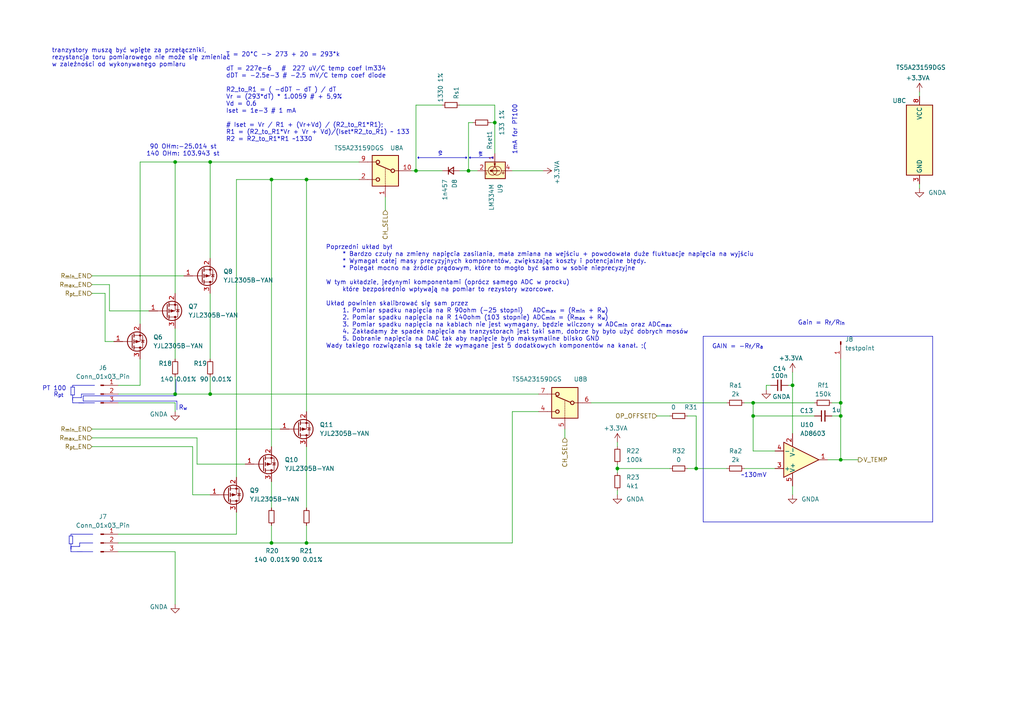
<source format=kicad_sch>
(kicad_sch (version 20231120) (generator "eeschema") (generator_version "8.0")
  (paper "A4")
  (lib_symbols
    (symbol "Amplifier_Operational:AD8603" (pin_names (offset 0.127))
      (property "Reference" "U" (at 0 5.08 0))
      (property "Value" "AD8603" (at 0 -5.08 0))
      (symbol "AD8603_0_1"
        (polyline (pts (xy -5.08 5.08) (xy 5.08 0) (xy -5.08 -5.08) (xy -5.08 5.08)) (stroke (width 0.254)) (fill (type background)))
        (pin power_in line (at -2.54 -7.62 90) (length 3.81) (name "V-") (number "2"))
        (pin power_in line (at -2.54 7.62 270) (length 3.81) (name "V+") (number "5"))
      )
      (symbol "AD8603_1_1"
        (pin output line (at 7.62 0 180) (length 2.54) (name "~") (number "1"))
        (pin input line (at -7.62 2.54 0) (length 2.54) (name "+") (number "3"))
        (pin input line (at -7.62 -2.54 0) (length 2.54) (name "-") (number "4"))
      )
    )
    (symbol "Analog_Switch:TS5A23159DGS"
      (property "Reference" "U" (at -5.08 8.89 0))
      (property "Value" "TS5A23159DGS" (at -5.08 6.985 0))
      (symbol "TS5A23159DGS_1_1"
        (rectangle (start -3.81 4.445) (end 3.81 -4.445) (stroke (width 0.254)) (fill (type background)))
        (circle (center -2.159 0) (radius 0.508) (stroke (width 0.254)))
        (polyline (pts (xy -5.08 0) (xy -2.794 0)))
        (polyline (pts (xy -1.651 0.127) (xy 2.54 1.905)) (stroke (width 0.254)))
        (polyline (pts (xy 0 -5.08) (xy 0 -4.572)))
        (polyline (pts (xy 0 -4.318) (xy 0 -4.064)))
        (polyline (pts (xy 0 -3.81) (xy 0 -3.556)))
        (polyline (pts (xy 0 -3.302) (xy 0 -3.048)))
        (polyline (pts (xy 0 -2.794) (xy 0 -2.54)))
        (polyline (pts (xy 0 -2.286) (xy 0 -2.032)))
        (polyline (pts (xy 0 -1.778) (xy 0 -1.524)))
        (polyline (pts (xy 0 -1.27) (xy 0 -1.016)))
        (polyline (pts (xy 0 -0.762) (xy 0 -0.508)))
        (polyline (pts (xy 0 -0.254) (xy 0 0)))
        (polyline (pts (xy 0 0.254) (xy 0 0.508)))
        (polyline (pts (xy 5.08 -2.54) (xy 2.794 -2.54)))
        (polyline (pts (xy 5.08 2.54) (xy 2.794 2.54)))
        (circle (center 2.159 -2.54) (radius 0.508) (stroke (width 0.254)))
        (circle (center 2.159 2.54) (radius 0.508) (stroke (width 0.254)))
        (pin input line (at 0 -7.62 90) (length 2.54) (name "~") (number "1"))
        (pin passive line (at -7.62 0 0) (length 2.54) (name "~") (number "10"))
        (pin passive line (at 7.62 -2.54 180) (length 2.54) (name "~") (number "2"))
        (pin passive line (at 7.62 2.54 180) (length 2.54) (name "~") (number "9"))
      )
      (symbol "TS5A23159DGS_2_1"
        (rectangle (start -3.81 4.445) (end 3.81 -4.445) (stroke (width 0.254)) (fill (type background)))
        (circle (center -2.159 0) (radius 0.508) (stroke (width 0.254)))
        (polyline (pts (xy -5.08 0) (xy -2.794 0)))
        (polyline (pts (xy -1.651 0.127) (xy 2.54 1.905)) (stroke (width 0.254)))
        (polyline (pts (xy 0 -5.08) (xy 0 -4.572)))
        (polyline (pts (xy 0 -4.318) (xy 0 -4.064)))
        (polyline (pts (xy 0 -3.81) (xy 0 -3.556)))
        (polyline (pts (xy 0 -3.302) (xy 0 -3.048)))
        (polyline (pts (xy 0 -2.794) (xy 0 -2.54)))
        (polyline (pts (xy 0 -2.286) (xy 0 -2.032)))
        (polyline (pts (xy 0 -1.778) (xy 0 -1.524)))
        (polyline (pts (xy 0 -1.27) (xy 0 -1.016)))
        (polyline (pts (xy 0 -0.762) (xy 0 -0.508)))
        (polyline (pts (xy 0 -0.254) (xy 0 0)))
        (polyline (pts (xy 0 0.254) (xy 0 0.508)))
        (polyline (pts (xy 5.08 -2.54) (xy 2.794 -2.54)))
        (polyline (pts (xy 5.08 2.54) (xy 2.794 2.54)))
        (circle (center 2.159 -2.54) (radius 0.508) (stroke (width 0.254)))
        (circle (center 2.159 2.54) (radius 0.508) (stroke (width 0.254)))
        (pin passive line (at 7.62 -2.54 180) (length 2.54) (name "~") (number "4"))
        (pin input line (at 0 -7.62 90) (length 2.54) (name "~") (number "5"))
        (pin passive line (at -7.62 0 0) (length 2.54) (name "~") (number "6"))
        (pin passive line (at 7.62 2.54 180) (length 2.54) (name "~") (number "7"))
      )
      (symbol "TS5A23159DGS_3_1"
        (rectangle (start -3.81 10.16) (end 3.81 -10.16) (stroke (width 0.254)) (fill (type background)))
        (pin power_in line (at 0 -12.7 90) (length 2.54) (name "GND") (number "3"))
        (pin power_in line (at 0 12.7 270) (length 2.54) (name "VCC") (number "8"))
      )
    )
    (symbol "Connector:Conn_01x01_Pin" (pin_names (offset 1.016) hide)
      (property "Reference" "J" (at 0 2.54 0))
      (property "Value" "Conn_01x01_Pin" (at 0 -2.54 0))
      (symbol "Conn_01x01_Pin_1_1"
        (polyline (pts (xy 1.27 0) (xy 0.8636 0)) (stroke (width 0.1524)))
        (rectangle (start 0.8636 0.127) (end 0 -0.127) (stroke (width 0.1524)) (fill (type outline)))
        (pin passive line (at 5.08 0 180) (length 3.81) (name "Pin_1") (number "1"))
      )
    )
    (symbol "Connector:Conn_01x03_Pin" (pin_names (offset 1.016) hide)
      (property "Reference" "J" (at 0 5.08 0))
      (property "Value" "Conn_01x03_Pin" (at 0 -5.08 0))
      (symbol "Conn_01x03_Pin_1_1"
        (polyline (pts (xy 1.27 -2.54) (xy 0.8636 -2.54)) (stroke (width 0.1524)))
        (polyline (pts (xy 1.27 0) (xy 0.8636 0)) (stroke (width 0.1524)))
        (polyline (pts (xy 1.27 2.54) (xy 0.8636 2.54)) (stroke (width 0.1524)))
        (rectangle (start 0.8636 -2.413) (end 0 -2.667) (stroke (width 0.1524)) (fill (type outline)))
        (rectangle (start 0.8636 0.127) (end 0 -0.127) (stroke (width 0.1524)) (fill (type outline)))
        (rectangle (start 0.8636 2.667) (end 0 2.413) (stroke (width 0.1524)) (fill (type outline)))
        (pin passive line (at 5.08 2.54 180) (length 3.81) (name "Pin_1") (number "1"))
        (pin passive line (at 5.08 0 180) (length 3.81) (name "Pin_2") (number "2"))
        (pin passive line (at 5.08 -2.54 180) (length 3.81) (name "Pin_3") (number "3"))
      )
    )
    (symbol "Device:C_Small" (pin_numbers hide) (pin_names (offset 0.254) hide)
      (property "Reference" "C" (at 0.254 1.778 0))
      (property "Value" "C_Small" (at 0.254 -2.032 0))
      (symbol "C_Small_0_1"
        (polyline (pts (xy -1.524 -0.508) (xy 1.524 -0.508)) (stroke (width 0.3302)))
        (polyline (pts (xy -1.524 0.508) (xy 1.524 0.508)) (stroke (width 0.3048)))
      )
      (symbol "C_Small_1_1"
        (pin passive line (at 0 2.54 270) (length 2.032) (name "~") (number "1"))
        (pin passive line (at 0 -2.54 90) (length 2.032) (name "~") (number "2"))
      )
    )
    (symbol "Device:D_Small" (pin_numbers hide) (pin_names (offset 0.254) hide)
      (property "Reference" "D" (at -1.27 2.032 0))
      (property "Value" "D_Small" (at -3.81 -2.032 0))
      (symbol "D_Small_0_1"
        (polyline (pts (xy -0.762 -1.016) (xy -0.762 1.016)) (stroke (width 0.254)))
        (polyline (pts (xy -0.762 0) (xy 0.762 0)))
        (polyline (pts (xy 0.762 -1.016) (xy -0.762 0) (xy 0.762 1.016) (xy 0.762 -1.016)) (stroke (width 0.254)))
      )
      (symbol "D_Small_1_1"
        (pin passive line (at -2.54 0 0) (length 1.778) (name "K") (number "1"))
        (pin passive line (at 2.54 0 180) (length 1.778) (name "A") (number "2"))
      )
    )
    (symbol "Device:Q_PMOS_GSD" (pin_names (offset 0) hide)
      (property "Reference" "Q" (at 5.08 1.27 0))
      (property "Value" "Q_PMOS_GSD" (at 5.08 -1.27 0))
      (symbol "Q_PMOS_GSD_0_1"
        (polyline (pts (xy 0.254 0) (xy -2.54 0)))
        (polyline (pts (xy 0.254 1.905) (xy 0.254 -1.905)) (stroke (width 0.254)))
        (polyline (pts (xy 0.762 -1.27) (xy 0.762 -2.286)) (stroke (width 0.254)))
        (polyline (pts (xy 0.762 0.508) (xy 0.762 -0.508)) (stroke (width 0.254)))
        (polyline (pts (xy 0.762 2.286) (xy 0.762 1.27)) (stroke (width 0.254)))
        (polyline (pts (xy 2.54 2.54) (xy 2.54 1.778)))
        (polyline (pts (xy 2.54 -2.54) (xy 2.54 0) (xy 0.762 0)))
        (polyline (pts (xy 0.762 1.778) (xy 3.302 1.778) (xy 3.302 -1.778) (xy 0.762 -1.778)))
        (polyline (pts (xy 2.286 0) (xy 1.27 0.381) (xy 1.27 -0.381) (xy 2.286 0)) (fill (type outline)))
        (polyline (pts (xy 2.794 -0.508) (xy 2.921 -0.381) (xy 3.683 -0.381) (xy 3.81 -0.254)))
        (polyline (pts (xy 3.302 -0.381) (xy 2.921 0.254) (xy 3.683 0.254) (xy 3.302 -0.381)))
        (circle (center 1.651 0) (radius 2.794) (stroke (width 0.254)))
        (circle (center 2.54 -1.778) (radius 0.254) (fill (type outline)))
        (circle (center 2.54 1.778) (radius 0.254) (fill (type outline)))
      )
      (symbol "Q_PMOS_GSD_1_1"
        (pin input line (at -5.08 0 0) (length 2.54) (name "G") (number "1"))
        (pin passive line (at 2.54 -5.08 90) (length 2.54) (name "S") (number "2"))
        (pin passive line (at 2.54 5.08 270) (length 2.54) (name "D") (number "3"))
      )
    )
    (symbol "Device:R_Small" (pin_numbers hide) (pin_names (offset 0.254) hide)
      (property "Reference" "R" (at 0.762 0.508 0))
      (property "Value" "R_Small" (at 0.762 -1.016 0))
      (symbol "R_Small_0_1"
        (rectangle (start -0.762 1.778) (end 0.762 -1.778) (stroke (width 0.2032)))
      )
      (symbol "R_Small_1_1"
        (pin passive line (at 0 2.54 270) (length 0.762) (name "~") (number "1"))
        (pin passive line (at 0 -2.54 90) (length 0.762) (name "~") (number "2"))
      )
    )
    (symbol "Reference_Current:LM334M"
      (property "Reference" "U" (at 0.635 6.35 0))
      (property "Value" "LM334M" (at 0.635 4.445 0))
      (symbol "LM334M_0_1"
        (rectangle (start -2.286 3.048) (end 2.54 -2.794) (stroke (width 0.254)) (fill (type background)))
        (circle (center 0 -0.635) (radius 1.27))
        (polyline (pts (xy -1.143 -2.413) (xy -0.381 -2.413)))
        (polyline (pts (xy -1.016 2.413) (xy -0.254 2.413)))
        (polyline (pts (xy -0.635 2.794) (xy -0.635 2.032)))
        (polyline (pts (xy 0 -1.905) (xy 0 -3.175)))
        (polyline (pts (xy 0 1.397) (xy 0 -1.397)) (stroke (width 0.254)))
        (polyline (pts (xy 0 3.81) (xy 0 1.905)))
        (polyline (pts (xy 5.08 0) (xy 1.27 0)))
        (polyline (pts (xy 0 -1.397) (xy -0.254 -0.889) (xy 0.254 -0.889) (xy 0 -1.397)) (stroke (width 0.254)))
        (polyline (pts (xy 1.27 0) (xy 2.159 0.254) (xy 2.159 -0.254) (xy 1.27 0)))
        (circle (center 0 0.635) (radius 1.27))
      )
      (symbol "LM334M_1_1"
        (pin passive line (at 5.08 0 180) (length 2.54) (name "~") (number "1"))
        (pin passive line (at 0 -5.08 90) (length 2.54) (name "~") (number "2"))
        (pin passive line (at 0 -5.08 90) (length 2.54) hide (name "~") (number "3"))
        (pin passive line (at 0 5.08 270) (length 2.54) (name "~") (number "4"))
        (pin passive line (at 0 -5.08 90) (length 2.54) hide (name "~") (number "6"))
        (pin passive line (at 0 -5.08 90) (length 2.54) hide (name "~") (number "7"))
      )
    )
    (symbol "power:+3.3V" (power) (pin_names (offset 0))
      (property "Value" "+3.3V" (at 0 3.556 0))
      (symbol "+3.3V_0_1"
        (polyline (pts (xy -0.762 1.27) (xy 0 2.54)))
        (polyline (pts (xy 0 0) (xy 0 2.54)))
        (polyline (pts (xy 0 2.54) (xy 0.762 1.27)))
      )
      (symbol "+3.3V_1_1"
        (pin power_in line (at 0 0 90) (length 0) hide (name "+3.3V") (number "1"))
      )
    )
    (symbol "power:GND" (power) (pin_names (offset 0))
      (property "Value" "GND" (at 0 -3.81 0))
      (symbol "GND_0_1"
        (polyline (pts (xy 0 0) (xy 0 -1.27) (xy 1.27 -1.27) (xy 0 -2.54) (xy -1.27 -1.27) (xy 0 -1.27)))
      )
      (symbol "GND_1_1"
        (pin power_in line (at 0 0 270) (length 0) hide (name "GND") (number "1"))
      )
    )
  )
  (junction (at 88.9 157.48))
  (junction (at 120.65 49.53))
  (junction (at 78.74 52.07))
  (junction (at 135.89 49.53))
  (junction (at 78.74 157.48))
  (junction (at 60.96 114.3))
  (junction (at 243.84 120.65))
  (junction (at 50.8 114.3))
  (junction (at 88.9 52.07))
  (junction (at 201.93 135.89))
  (junction (at 60.96 46.99))
  (junction (at 243.84 133.35))
  (junction (at 179.07 135.89))
  (junction (at 143.51 35.56))
  (junction (at 243.84 116.84))
  (junction (at 218.44 116.84))
  (junction (at 218.44 120.65))
  (junction (at 50.8 46.99))
  (junction (at 229.87 111.76))
  (wire (pts (xy 218.44 120.65) (xy 236.22 120.65)))
  (wire (pts (xy 88.9 52.07) (xy 104.14 52.07)))
  (polyline (pts (xy 135.128 45.974) (xy 135.128 45.466)))
  (polyline (pts (xy 20.574 155.448) (xy 20.574 154.94)))
  (wire (pts (xy 120.65 49.53) (xy 119.38 49.53)))
  (wire (pts (xy 179.07 128.27) (xy 179.07 129.54)))
  (wire (pts (xy 88.9 129.54) (xy 88.9 147.32)))
  (wire (pts (xy 135.89 49.53) (xy 133.35 49.53)))
  (wire (pts (xy 88.9 157.48) (xy 148.59 157.48)))
  (polyline (pts (xy 21.082 157.734) (xy 20.066 157.734)))
  (polyline (pts (xy 23.114 157.48) (xy 26.924 157.48)))
  (wire (pts (xy 241.3 120.65) (xy 243.84 120.65)))
  (polyline (pts (xy 21.082 155.448) (xy 21.082 157.734)))
  (wire (pts (xy 34.29 157.48) (xy 78.74 157.48)))
  (wire (pts (xy 241.3 116.84) (xy 243.84 116.84)))
  (polyline (pts (xy 24.13 114.808) (xy 24.13 116.332)))
  (wire (pts (xy 68.58 148.59) (xy 68.58 154.94)))
  (wire (pts (xy 143.51 30.48) (xy 133.35 30.48)))
  (wire (pts (xy 78.74 152.4) (xy 78.74 157.48)))
  (wire (pts (xy 179.07 142.24) (xy 179.07 143.51)))
  (wire (pts (xy 243.84 104.14) (xy 243.84 116.84)))
  (wire (pts (xy 88.9 157.48) (xy 88.9 152.4)))
  (polyline (pts (xy 20.066 157.734) (xy 20.066 157.734)))
  (polyline (pts (xy 21.082 116.84) (xy 22.86 116.84)))
  (wire (pts (xy 26.67 85.09) (xy 30.48 85.09)))
  (wire (pts (xy 215.9 116.84) (xy 218.44 116.84)))
  (wire (pts (xy 218.44 116.84) (xy 236.22 116.84)))
  (polyline (pts (xy 136.398 45.72) (xy 136.144 45.72)))
  (wire (pts (xy 240.03 133.35) (xy 243.84 133.35)))
  (polyline (pts (xy 20.574 114.554) (xy 20.574 114.554)))
  (wire (pts (xy 60.96 85.09) (xy 60.96 104.14)))
  (wire (pts (xy 179.07 135.89) (xy 179.07 137.16)))
  (wire (pts (xy 50.8 46.99) (xy 50.8 85.09)))
  (polyline (pts (xy 20.574 158.496) (xy 20.574 160.02)))
  (wire (pts (xy 34.29 160.02) (xy 50.8 160.02)))
  (wire (pts (xy 243.84 116.84) (xy 243.84 120.65)))
  (wire (pts (xy 31.75 90.17) (xy 31.75 82.55)))
  (polyline (pts (xy 21.59 112.268) (xy 21.59 114.554)))
  (polyline (pts (xy 20.066 157.734) (xy 20.066 155.448)))
  (polyline (pts (xy 136.398 45.974) (xy 136.144 45.72)))
  (wire (pts (xy 199.39 135.89) (xy 201.93 135.89)))
  (wire (pts (xy 135.89 35.56) (xy 137.16 35.56)))
  (polyline (pts (xy 20.574 159.258) (xy 20.574 157.734)))
  (polyline (pts (xy 121.412 45.974) (xy 121.412 45.466)))
  (polyline (pts (xy 21.082 115.316) (xy 21.082 116.84)))
  (wire (pts (xy 78.74 52.07) (xy 78.74 129.54)))
  (wire (pts (xy 60.96 143.51) (xy 55.88 143.51)))
  (wire (pts (xy 179.07 135.89) (xy 194.31 135.89)))
  (wire (pts (xy 50.8 46.99) (xy 60.96 46.99)))
  (wire (pts (xy 222.25 113.03) (xy 222.25 111.76)))
  (wire (pts (xy 222.25 111.76) (xy 223.52 111.76)))
  (polyline (pts (xy 135.382 45.72) (xy 135.128 45.974)))
  (wire (pts (xy 57.15 134.62) (xy 57.15 127)))
  (wire (pts (xy 26.67 80.01) (xy 53.34 80.01)))
  (wire (pts (xy 50.8 116.84) (xy 34.29 116.84)))
  (polyline (pts (xy 143.002 45.72) (xy 142.748 45.974)))
  (wire (pts (xy 33.02 99.06) (xy 30.48 99.06)))
  (wire (pts (xy 243.84 120.65) (xy 243.84 133.35)))
  (polyline (pts (xy 51.308 116.332) (xy 51.308 118.872)))
  (polyline (pts (xy 20.574 154.94) (xy 26.924 154.94)))
  (polyline (pts (xy 135.382 45.72) (xy 121.158 45.72)))
  (polyline (pts (xy 22.86 158.496) (xy 23.114 158.496)))
  (polyline (pts (xy 51.054 114.808) (xy 24.13 114.808)))
  (wire (pts (xy 78.74 157.48) (xy 88.9 157.48)))
  (wire (pts (xy 148.59 157.48) (xy 148.59 119.38)))
  (wire (pts (xy 104.14 46.99) (xy 60.96 46.99)))
  (polyline (pts (xy 23.622 115.316) (xy 23.622 114.3)))
  (polyline (pts (xy 22.86 116.84) (xy 27.432 116.84)))
  (polyline (pts (xy 20.574 154.94) (xy 20.574 154.94)))
  (wire (pts (xy 163.83 124.46) (xy 163.83 127)))
  (polyline (pts (xy 23.368 115.316) (xy 23.622 115.316)))
  (polyline (pts (xy 22.352 160.02) (xy 23.876 160.02)))
  (wire (pts (xy 135.89 49.53) (xy 135.89 35.56)))
  (polyline (pts (xy 20.574 158.496) (xy 22.86 158.496)))
  (wire (pts (xy 71.12 134.62) (xy 57.15 134.62)))
  (wire (pts (xy 143.51 44.45) (xy 143.51 35.56)))
  (wire (pts (xy 34.29 111.76) (xy 40.64 111.76)))
  (wire (pts (xy 215.9 135.89) (xy 224.79 135.89)))
  (wire (pts (xy 218.44 130.81) (xy 224.79 130.81)))
  (wire (pts (xy 43.18 90.17) (xy 31.75 90.17)))
  (polyline (pts (xy 203.962 97.536) (xy 270.51 97.536)))
  (wire (pts (xy 138.43 49.53) (xy 135.89 49.53)))
  (wire (pts (xy 142.24 35.56) (xy 143.51 35.56)))
  (wire (pts (xy 40.64 93.98) (xy 40.64 46.99)))
  (wire (pts (xy 218.44 120.65) (xy 218.44 130.81)))
  (wire (pts (xy 68.58 52.07) (xy 78.74 52.07)))
  (wire (pts (xy 148.59 119.38) (xy 156.21 119.38)))
  (wire (pts (xy 201.93 135.89) (xy 210.82 135.89)))
  (wire (pts (xy 26.67 124.46) (xy 81.28 124.46)))
  (wire (pts (xy 68.58 52.07) (xy 68.58 138.43)))
  (polyline (pts (xy 20.574 159.258) (xy 20.574 158.496)))
  (polyline (pts (xy 136.144 45.72) (xy 136.398 45.466)))
  (wire (pts (xy 40.64 111.76) (xy 40.64 104.14)))
  (wire (pts (xy 266.7 26.67) (xy 266.7 27.94)))
  (polyline (pts (xy 20.574 114.554) (xy 20.574 112.268)))
  (polyline (pts (xy 20.574 160.02) (xy 22.352 160.02)))
  (polyline (pts (xy 136.398 45.974) (xy 136.398 45.72)))
  (wire (pts (xy 157.48 49.53) (xy 148.59 49.53)))
  (wire (pts (xy 34.29 154.94) (xy 68.58 154.94)))
  (wire (pts (xy 201.93 120.65) (xy 201.93 135.89)))
  (wire (pts (xy 50.8 160.02) (xy 50.8 175.26)))
  (wire (pts (xy 190.5 120.65) (xy 194.31 120.65)))
  (polyline (pts (xy 135.128 45.466) (xy 135.382 45.72)))
  (wire (pts (xy 229.87 107.95) (xy 229.87 111.76)))
  (polyline (pts (xy 21.082 111.76) (xy 21.082 111.76)))
  (wire (pts (xy 228.6 111.76) (xy 229.87 111.76)))
  (polyline (pts (xy 22.352 160.02) (xy 26.924 160.02)))
  (wire (pts (xy 50.8 95.25) (xy 50.8 104.14)))
  (polyline (pts (xy 23.622 114.3) (xy 27.432 114.3)))
  (polyline (pts (xy 136.398 45.72) (xy 136.398 45.466)))
  (wire (pts (xy 50.8 114.3) (xy 60.96 114.3)))
  (wire (pts (xy 40.64 46.99) (xy 50.8 46.99)))
  (wire (pts (xy 128.27 30.48) (xy 120.65 30.48)))
  (wire (pts (xy 88.9 52.07) (xy 88.9 119.38)))
  (polyline (pts (xy 51.054 109.982) (xy 51.054 114.808)))
  (polyline (pts (xy 21.59 114.554) (xy 20.574 114.554)))
  (polyline (pts (xy 203.962 151.384) (xy 270.51 151.384)))
  (wire (pts (xy 179.07 134.62) (xy 179.07 135.89)))
  (wire (pts (xy 128.27 49.53) (xy 120.65 49.53)))
  (wire (pts (xy 55.88 143.51) (xy 55.88 129.54)))
  (wire (pts (xy 143.51 35.56) (xy 143.51 30.48)))
  (wire (pts (xy 243.84 133.35) (xy 248.92 133.35)))
  (polyline (pts (xy 142.748 45.974) (xy 142.748 45.466)))
  (wire (pts (xy 78.74 139.7) (xy 78.74 147.32)))
  (wire (pts (xy 30.48 99.06) (xy 30.48 85.09)))
  (wire (pts (xy 78.74 52.07) (xy 88.9 52.07)))
  (wire (pts (xy 50.8 109.22) (xy 50.8 114.3)))
  (polyline (pts (xy 24.13 116.332) (xy 51.308 116.332)))
  (polyline (pts (xy 22.86 116.84) (xy 24.384 116.84)))
  (polyline (pts (xy 121.158 45.72) (xy 121.412 45.466)))
  (wire (pts (xy 60.96 114.3) (xy 156.21 114.3)))
  (polyline (pts (xy 23.114 158.496) (xy 23.114 157.48)))
  (polyline (pts (xy 121.158 45.72) (xy 121.412 45.974)))
  (wire (pts (xy 229.87 125.73) (xy 229.87 111.76)))
  (polyline (pts (xy 20.574 112.268) (xy 21.59 112.268)))
  (polyline (pts (xy 143.002 45.72) (xy 136.398 45.72)))
  (wire (pts (xy 266.7 54.61) (xy 266.7 53.34)))
  (wire (pts (xy 26.67 82.55) (xy 31.75 82.55)))
  (polyline (pts (xy 142.748 45.466) (xy 143.002 45.72)))
  (wire (pts (xy 60.96 46.99) (xy 60.96 74.93)))
  (wire (pts (xy 229.87 143.51) (xy 229.87 140.97)))
  (wire (pts (xy 120.65 30.48) (xy 120.65 49.53)))
  (wire (pts (xy 171.45 116.84) (xy 210.82 116.84)))
  (polyline (pts (xy 21.082 115.316) (xy 23.368 115.316)))
  (polyline (pts (xy 21.082 112.268) (xy 21.082 111.76)))
  (polyline (pts (xy 21.082 116.078) (xy 21.082 115.316)))
  (polyline (pts (xy 21.082 111.76) (xy 27.432 111.76)))
  (polyline (pts (xy 21.082 116.078) (xy 21.082 114.554)))
  (wire (pts (xy 218.44 116.84) (xy 218.44 120.65)))
  (wire (pts (xy 111.76 57.15) (xy 111.76 60.96)))
  (polyline (pts (xy 203.962 97.536) (xy 203.962 151.384)))
  (wire (pts (xy 60.96 109.22) (xy 60.96 114.3)))
  (wire (pts (xy 26.67 127) (xy 57.15 127)))
  (wire (pts (xy 26.67 129.54) (xy 55.88 129.54)))
  (wire (pts (xy 199.39 120.65) (xy 201.93 120.65)))
  (wire (pts (xy 50.8 116.84) (xy 50.8 119.38)))
  (polyline (pts (xy 20.066 155.448) (xy 21.082 155.448)))
  (wire (pts (xy 34.29 114.3) (xy 50.8 114.3)))
  (polyline (pts (xy 270.51 151.384) (xy 270.51 97.536)))
  (text "~130mV" (at 214.884 137.922 0) (effects (font (size 1.27 1.27)) (justify left)))
  (text "tranzystory muszą być wpięte za przełączniki,\nrezystancja toru pomiarowego nie może się zmieniać\nw zależności od wykonywanego pomiaru" (at 14.986 16.764 0) (effects (font (size 1.27 1.27)) (justify left)))
  (text "R_{pt}" (at 15.494 114.554 0) (effects (font (size 1.27 1.27)) (justify left)))
  (text "Gain = R_{f}/R_{in}" (at 238.252 93.726 0) (effects (font (size 1.27 1.27))))
  (text "\n" (at 247.142 125.222 0) (effects (font (size 1.27 1.27)) (justify left)))
  (text "GAIN = -R_{f}/R_{a}" (at 206.502 100.584 0) (effects (font (size 1.27 1.27)) (justify left)))
  (text "VR" (at 139.446 45.72 90) (effects (font (size 0.8 0.8)) (justify left)))
  (text "T = 20°C -> 273 + 20 = 293°k\n\ndT = 227e-6   #  227 uV/C temp coef lm334\ndDT = -2.5e-3 # -2.5 mV/C temp coef diode\n\nR2_to_R1 = ( -dDT - dT ) / dT\nVr = (293*dT) * 1.0059 # + 5,9%\nVd = 0.6\nIset = 1e-3 # 1 mA\n\n# Iset = Vr / R1 + (Vr+Vd) / (R2_to_R1*R1);\nR1 = (R2_to_R1*Vr + Vr + Vd)/(Iset*R2_to_R1) ~ 133\nR2 = R2_to_R1*R1 ~1330\n" (at 65.532 28.194 0) (effects (font (size 1.27 1.27)) (justify left)))
  (text " 90 OHm:-25.014 st\n140 OHm: 103.943 st" (at 42.418 43.688 0) (effects (font (size 1.27 1.27)) (justify left)))
  (text "1mA for PT100" (at 149.352 44.958 90) (effects (font (size 1.27 1.27)) (justify left)))
  (text "R_{w}" (at 51.816 118.364 0) (effects (font (size 1.27 1.27)) (justify left)))
  (text "PT 100" (at 15.748 112.776 0) (effects (font (size 1.27 1.27))))
  (text "Poprzedni układ był\n	* Bardzo czuły na zmieny napięcia zasilania, mała zmiana na wejściu + powodowała duże fluktuacje napięcia na wyjściu\n	* Wymagał całej masy precyzyjnych komponentów, zwiększając koszty i potencjalne błędy.\n	* Polegał mocno na źródle prądowym, które to mogło być samo w sobie nieprecyzyjne\n\nW tym układzie, jedynymi komponentami (oprócz samego ADC w procku)\n	które bezpośrednio wpływają na pomiar to rezystory wzorcowe.\n\nUkład powinien skalibrować się sam przez \n	1. Pomiar spadku napięcia na R 90ohm (-25 stopni)   ADC_{max} = (R_{min} + R_{w})\n	2. Pomiar spadku napięcia na R 140ohm (103 stopnie) ADC_{min} = (R_{max} + R_{w})\n	3. Pomiar spadku napięcia na kablach nie jest wymagany, będzie wliczony w ADC_{min} oraz ADC_{max}\n	4. Zakładamy że spadek napięcia na tranzystorach jest taki sam, dobrze by było użyć dobrych mosów\n	5. Dobranie napięcia na DAC tak aby napięcie było maksymaline blisko GND\nWady takiego rozwiązania są takie że wymagane jest 5 dodatkowych komponentów na kanał. ;(" (at 94.488 86.106 0) (effects (font (size 1.27 1.27)) (justify left)))
  (text "VD" (at 127.762 45.466 90) (effects (font (size 0.8 0.8)) (justify left)))
  (hierarchical_label "R_{max}_EN" (shape input) (at 26.67 127 180))
  (hierarchical_label "CH_SEL" (shape input) (at 111.76 60.96 270))
  (hierarchical_label "R_{pt}_EN" (shape input) (at 26.67 85.09 180))
  (hierarchical_label "R_{pt}_EN" (shape input) (at 26.67 129.54 180))
  (hierarchical_label "OP_OFFSET" (shape input) (at 190.5 120.65 180))
  (hierarchical_label "V_TEMP" (shape output) (at 248.92 133.35 0))
  (hierarchical_label "R_{max}_EN" (shape input) (at 26.67 82.55 180))
  (hierarchical_label "R_{min}_EN" (shape input) (at 26.67 124.46 180))
  (hierarchical_label "R_{min}_EN" (shape input) (at 26.67 80.01 180))
  (hierarchical_label "CH_SEL" (shape input) (at 163.83 127 270))
  (symbol (lib_id "Device:R_Small") (at 196.85 135.89 90) (unit 1)
    (property "Reference" "R32" (at 196.85 130.81 90))
    (property "Value" "0" (at 196.85 133.35 90))
    (property "Footprint" "Resistor_SMD:R_1206_3216Metric" (effects (hide yes)))
    (property "Description" "Resistor, small symbol" (effects (hide yes)))
  )
  (symbol (lib_id "Device:R_Small") (at 50.8 106.68 0) (unit 1)
    (property "Reference" "R18" (at 45.974 105.41 0) (effects (justify left)))
    (property "Value" "140 0.01%" (at 46.482 109.982 0) (effects (justify left)))
    (property "Footprint" "Resistor_SMD:R_1206_3216Metric" (effects (hide yes)))
    (property "Description" "Resistor, small symbol" (effects (hide yes)))
  )
  (symbol (lib_id "power:+3.3V") (at 157.48 49.53 270) (unit 1)
    (property "Reference" "#PWR044" (effects (hide yes)))
    (property "Value" "+3.3VA" (at 161.544 50.038 0))
  )
  (symbol (lib_id "Device:Q_PMOS_GSD") (at 38.1 99.06 0) (mirror x) (unit 1)
    (property "Reference" "Q6" (at 44.45 97.7899 0) (effects (justify left)))
    (property "Value" "YJL2305B-YAN" (at 44.45 100.3299 0) (effects (justify left)))
    (property "Footprint" "Package_TO_SOT_SMD:SOT-23" (effects (hide yes)))
    (property "Description" "P-MOSFET transistor, gate/source/drain" (effects (hide yes)))
    (property "Sim.Device" "PMOS" (effects (hide yes)))
    (property "Sim.Type" "VDMOS" (effects (hide yes)))
    (property "Sim.Pins" "1=D 2=G 3=S" (effects (hide yes)))
  )
  (symbol (lib_id "Device:R_Small") (at 139.7 35.56 90) (unit 1)
    (property "Reference" "Rset1" (at 141.986 40.64 0))
    (property "Value" "133 1%" (at 145.542 35.56 0))
    (property "Footprint" "Resistor_SMD:R_1206_3216Metric" (effects (hide yes)))
    (property "Description" "Resistor, small symbol" (effects (hide yes)))
  )
  (symbol (lib_id "Reference_Current:LM334M") (at 143.51 49.53 270) (mirror x) (unit 1)
    (property "Reference" "U9" (at 145.0976 53.34 0) (effects (justify right)))
    (property "Value" "LM334M" (at 142.5576 53.34 0) (effects (justify right)))
    (property "Footprint" "Package_SO:SOIC-8_3.9x4.9mm_P1.27mm" (effects (hide yes)))
    (property "Datasheet" "http://www.ti.com/lit/ds/symlink/lm134.pdf" (effects (hide yes)))
    (property "Description" "1μA to 10mA 3-Terminal Adjustable Current Source, SO-8" (effects (hide yes)))
  )
  (symbol (lib_id "Device:R_Small") (at 213.36 116.84 90) (unit 1)
    (property "Reference" "Ra1" (at 213.36 111.76 90))
    (property "Value" "2k" (at 213.36 114.3 90))
    (property "Footprint" "Resistor_SMD:R_1206_3216Metric" (effects (hide yes)))
    (property "Description" "Resistor, small symbol" (effects (hide yes)))
  )
  (symbol (lib_id "Connector:Conn_01x03_Pin") (at 29.21 157.48 0) (unit 1)
    (property "Reference" "J7" (at 29.845 149.86 0))
    (property "Value" "Conn_01x03_Pin" (at 29.845 152.4 0))
    (property "Footprint" "Connector_JST:JST_EH_B3B-EH-A_1x03_P2.50mm_Vertical" (effects (hide yes)))
    (property "Description" "Generic connector, single row, 01x03, script generated" (effects (hide yes)))
  )
  (symbol (lib_id "power:+3.3V") (at 229.87 107.95 0) (mirror y) (unit 1)
    (property "Reference" "#PWR085" (effects (hide yes)))
    (property "Value" "+3.3VA" (at 229.362 103.886 0))
  )
  (symbol (lib_id "Analog_Switch:TS5A23159DGS") (at 163.83 116.84 0) (mirror y) (unit 2)
    (property "Reference" "U8" (at 168.402 109.982 0))
    (property "Value" "TS5A23159DGS" (at 155.702 109.982 0))
    (property "Footprint" "Package_SO:VSSOP-10_3x3mm_P0.5mm" (effects (hide yes)))
    (property "Datasheet" "http://www.ti.com/lit/ds/symlink/ts5a23159.pdf" (effects (hide yes)))
    (property "Description" "Dual SPDT 1ohm Bidirectional Analog Switch with Off protection, VSSOP-10" (effects (hide yes)))
  )
  (symbol (lib_id "Device:R_Small") (at 213.36 135.89 90) (unit 1)
    (property "Reference" "Ra2" (at 213.36 130.81 90))
    (property "Value" "2k" (at 213.36 133.35 90))
    (property "Footprint" "Resistor_SMD:R_1206_3216Metric" (effects (hide yes)))
    (property "Description" "Resistor, small symbol" (effects (hide yes)))
  )
  (symbol (lib_id "Device:R_Small") (at 196.85 120.65 90) (unit 1)
    (property "Reference" "R31" (at 200.406 118.11 90))
    (property "Value" "0" (at 195.326 118.11 90))
    (property "Footprint" "Resistor_SMD:R_1206_3216Metric" (effects (hide yes)))
    (property "Description" "Resistor, small symbol" (effects (hide yes)))
  )
  (symbol (lib_id "Device:R_Small") (at 60.96 106.68 0) (unit 1)
    (property "Reference" "R19" (at 56.134 105.41 0) (effects (justify left)))
    (property "Value" "90 0.01%" (at 57.912 109.982 0) (effects (justify left)))
    (property "Footprint" "Resistor_SMD:R_1206_3216Metric" (effects (hide yes)))
    (property "Description" "Resistor, small symbol" (effects (hide yes)))
  )
  (symbol (lib_id "Device:D_Small") (at 130.81 49.53 0) (mirror x) (unit 1)
    (property "Reference" "D8" (at 131.826 54.61 90) (effects (justify right)))
    (property "Value" "1n457" (at 129.032 58.166 90) (effects (justify right)))
    (property "Footprint" "Diode_THT:D_DO-35_SOD27_P7.62mm_Horizontal" (effects (hide yes)))
    (property "Description" "Diode, small symbol" (effects (hide yes)))
    (property "Sim.Device" "D" (effects (hide yes)))
    (property "Sim.Pins" "1=K 2=A" (effects (hide yes)))
  )
  (symbol (lib_id "Connector:Conn_01x01_Pin") (at 243.84 99.06 270) (unit 1)
    (property "Reference" "J8" (at 245.11 98.4249 90) (effects (justify left)))
    (property "Value" "testpoint" (at 245.11 100.9649 90) (effects (justify left)))
    (property "Footprint" "Connector_Wire:SolderWirePad_1x01_SMD_1x2mm" (effects (hide yes)))
    (property "Description" "Generic connector, single row, 01x01, script generated" (effects (hide yes)))
  )
  (symbol (lib_id "power:GND") (at 50.8 175.26 0) (unit 1)
    (property "Reference" "#PWR043" (effects (hide yes)))
    (property "Value" "GNDA" (at 43.434 176.022 0) (effects (justify left)))
  )
  (symbol (lib_id "Connector:Conn_01x03_Pin") (at 29.21 114.3 0) (unit 1)
    (property "Reference" "J6" (at 29.845 106.68 0))
    (property "Value" "Conn_01x03_Pin" (at 29.845 109.22 0))
    (property "Footprint" "Connector_JST:JST_EH_B3B-EH-A_1x03_P2.50mm_Vertical" (effects (hide yes)))
    (property "Description" "Generic connector, single row, 01x03, script generated" (effects (hide yes)))
  )
  (symbol (lib_id "power:+3.3V") (at 266.7 26.67 0) (mirror y) (unit 1)
    (property "Reference" "#PWR050" (effects (hide yes)))
    (property "Value" "+3.3VA" (at 266.192 22.606 0))
  )
  (symbol (lib_id "Device:R_Small") (at 238.76 116.84 90) (unit 1)
    (property "Reference" "Rf1" (at 238.76 111.76 90))
    (property "Value" "150k" (at 238.76 114.3 90))
    (property "Footprint" "Resistor_SMD:R_1206_3216Metric" (effects (hide yes)))
    (property "Description" "Resistor, small symbol" (effects (hide yes)))
  )
  (symbol (lib_id "power:GND") (at 50.8 119.38 0) (unit 1)
    (property "Reference" "#PWR042" (effects (hide yes)))
    (property "Value" "GNDA" (at 43.434 120.142 0) (effects (justify left)))
  )
  (symbol (lib_id "power:+3.3V") (at 179.07 128.27 0) (mirror y) (unit 1)
    (property "Reference" "#PWR045" (effects (hide yes)))
    (property "Value" "+3.3VA" (at 178.562 124.206 0))
  )
  (symbol (lib_id "Device:R_Small") (at 130.81 30.48 90) (unit 1)
    (property "Reference" "Rs1" (at 132.334 26.924 0))
    (property "Value" "1330 1%" (at 127.762 25.4 0))
    (property "Footprint" "Resistor_SMD:R_1206_3216Metric" (effects (hide yes)))
    (property "Description" "Resistor, small symbol" (effects (hide yes)))
  )
  (symbol (lib_id "Device:Q_PMOS_GSD") (at 48.26 90.17 0) (mirror x) (unit 1)
    (property "Reference" "Q7" (at 54.61 88.8999 0) (effects (justify left)))
    (property "Value" "YJL2305B-YAN" (at 54.61 91.4399 0) (effects (justify left)))
    (property "Footprint" "Package_TO_SOT_SMD:SOT-23" (effects (hide yes)))
    (property "Description" "P-MOSFET transistor, gate/source/drain" (effects (hide yes)))
    (property "Sim.Device" "PMOS" (effects (hide yes)))
    (property "Sim.Type" "VDMOS" (effects (hide yes)))
    (property "Sim.Pins" "1=D 2=G 3=S" (effects (hide yes)))
  )
  (symbol (lib_id "Device:R_Small") (at 78.74 149.86 0) (unit 1)
    (property "Reference" "R20" (at 76.962 159.766 0) (effects (justify left)))
    (property "Value" "140 0.01%" (at 73.66 162.306 0) (effects (justify left)))
    (property "Footprint" "Resistor_SMD:R_1206_3216Metric" (effects (hide yes)))
    (property "Description" "Resistor, small symbol" (effects (hide yes)))
  )
  (symbol (lib_id "Device:R_Small") (at 88.9 149.86 0) (unit 1)
    (property "Reference" "R21" (at 86.868 159.766 0) (effects (justify left)))
    (property "Value" "90 0.01%" (at 84.328 162.306 0) (effects (justify left)))
    (property "Footprint" "Resistor_SMD:R_1206_3216Metric" (effects (hide yes)))
    (property "Description" "Resistor, small symbol" (effects (hide yes)))
  )
  (symbol (lib_id "Device:R_Small") (at 179.07 132.08 0) (unit 1)
    (property "Reference" "R22" (at 181.61 130.8099 0) (effects (justify left)))
    (property "Value" "100k" (at 181.61 133.3499 0) (effects (justify left)))
    (property "Footprint" "Resistor_SMD:R_1206_3216Metric" (effects (hide yes)))
    (property "Description" "Resistor, small symbol" (effects (hide yes)))
  )
  (symbol (lib_id "Device:Q_PMOS_GSD") (at 76.2 134.62 0) (mirror x) (unit 1)
    (property "Reference" "Q10" (at 82.55 133.3499 0) (effects (justify left)))
    (property "Value" "YJL2305B-YAN" (at 82.55 135.8899 0) (effects (justify left)))
    (property "Footprint" "Package_TO_SOT_SMD:SOT-23" (effects (hide yes)))
    (property "Description" "P-MOSFET transistor, gate/source/drain" (effects (hide yes)))
    (property "Sim.Device" "PMOS" (effects (hide yes)))
    (property "Sim.Type" "VDMOS" (effects (hide yes)))
    (property "Sim.Pins" "1=D 2=G 3=S" (effects (hide yes)))
  )
  (symbol (lib_id "Device:Q_PMOS_GSD") (at 86.36 124.46 0) (mirror x) (unit 1)
    (property "Reference" "Q11" (at 92.71 123.1899 0) (effects (justify left)))
    (property "Value" "YJL2305B-YAN" (at 92.71 125.7299 0) (effects (justify left)))
    (property "Footprint" "Package_TO_SOT_SMD:SOT-23" (effects (hide yes)))
    (property "Description" "P-MOSFET transistor, gate/source/drain" (effects (hide yes)))
    (property "Sim.Device" "PMOS" (effects (hide yes)))
    (property "Sim.Type" "VDMOS" (effects (hide yes)))
    (property "Sim.Pins" "1=D 2=G 3=S" (effects (hide yes)))
  )
  (symbol (lib_id "Device:Q_PMOS_GSD") (at 66.04 143.51 0) (mirror x) (unit 1)
    (property "Reference" "Q9" (at 72.39 142.2399 0) (effects (justify left)))
    (property "Value" "YJL2305B-YAN" (at 72.39 144.7799 0) (effects (justify left)))
    (property "Footprint" "Package_TO_SOT_SMD:SOT-23" (effects (hide yes)))
    (property "Description" "P-MOSFET transistor, gate/source/drain" (effects (hide yes)))
    (property "Sim.Device" "PMOS" (effects (hide yes)))
    (property "Sim.Type" "VDMOS" (effects (hide yes)))
    (property "Sim.Pins" "1=D 2=G 3=S" (effects (hide yes)))
  )
  (symbol (lib_id "power:GND") (at 266.7 54.61 0) (unit 1)
    (property "Reference" "#PWR051" (effects (hide yes)))
    (property "Value" "GNDA" (at 269.24 55.8799 0) (effects (justify left)))
  )
  (symbol (lib_id "Device:Q_PMOS_GSD") (at 58.42 80.01 0) (mirror x) (unit 1)
    (property "Reference" "Q8" (at 64.77 78.7399 0) (effects (justify left)))
    (property "Value" "YJL2305B-YAN" (at 64.77 81.2799 0) (effects (justify left)))
    (property "Footprint" "Package_TO_SOT_SMD:SOT-23" (effects (hide yes)))
    (property "Description" "P-MOSFET transistor, gate/source/drain" (effects (hide yes)))
    (property "Sim.Device" "PMOS" (effects (hide yes)))
    (property "Sim.Type" "VDMOS" (effects (hide yes)))
    (property "Sim.Pins" "1=D 2=G 3=S" (effects (hide yes)))
  )
  (symbol (lib_id "power:GND") (at 229.87 143.51 0) (unit 1)
    (property "Reference" "#PWR049" (effects (hide yes)))
    (property "Value" "GNDA" (at 232.41 144.7799 0) (effects (justify left)))
  )
  (symbol (lib_id "Amplifier_Operational:AD8603") (at 232.41 133.35 0) (mirror x) (unit 1)
    (property "Reference" "U10" (at 232.0641 123.19 0) (effects (justify left)))
    (property "Value" "AD8603" (at 232.0641 125.73 0) (effects (justify left)))
    (property "Footprint" "Package_TO_SOT_SMD:TSOT-23-5" (effects (hide yes)))
    (property "Datasheet" "https://www.analog.com/media/en/technical-documentation/data-sheets/AD8603_8607_8609.pdf" (effects (hide yes)))
    (property "Description" "Precision Micropower, Low Noise CMOS, Rail-to-Rail Input/Output Operational Amplifier, TSOT-23-5" (effects (hide yes)))
  )
  (symbol (lib_id "Device:C_Small") (at 226.06 111.76 90) (unit 1)
    (property "Reference" "C14" (at 226.06 106.934 90))
    (property "Value" "100n" (at 226.06 108.966 90))
    (property "Footprint" "Capacitor_SMD:C_1206_3216Metric" (effects (hide yes)))
    (property "Description" "Unpolarized capacitor, small symbol" (effects (hide yes)))
  )
  (symbol (lib_id "Analog_Switch:TS5A23159DGS") (at 111.76 49.53 0) (mirror y) (unit 1)
    (property "Reference" "U8" (at 115.062 42.926 0))
    (property "Value" "TS5A23159DGS" (at 104.14 42.926 0))
    (property "Footprint" "Package_SO:VSSOP-10_3x3mm_P0.5mm" (effects (hide yes)))
    (property "Datasheet" "http://www.ti.com/lit/ds/symlink/ts5a23159.pdf" (effects (hide yes)))
    (property "Description" "Dual SPDT 1ohm Bidirectional Analog Switch with Off protection, VSSOP-10" (effects (hide yes)))
  )
  (symbol (lib_id "power:GND") (at 222.25 113.03 0) (unit 1)
    (property "Reference" "#PWR086" (effects (hide yes)))
    (property "Value" "GNDA" (at 224.028 115.062 0) (effects (justify left)))
  )
  (symbol (lib_id "Device:R_Small") (at 179.07 139.7 0) (unit 1)
    (property "Reference" "R23" (at 181.61 138.4299 0) (effects (justify left)))
    (property "Value" "4k1" (at 181.61 140.9699 0) (effects (justify left)))
    (property "Footprint" "Resistor_SMD:R_1206_3216Metric" (effects (hide yes)))
    (property "Description" "Resistor, small symbol" (effects (hide yes)))
  )
  (symbol (lib_id "Device:C_Small") (at 238.76 120.65 90) (unit 1)
    (property "Reference" "C13" (at 233.934 119.126 90))
    (property "Value" "1u" (at 242.57 118.872 90))
    (property "Footprint" "Capacitor_SMD:C_1206_3216Metric" (effects (hide yes)))
    (property "Description" "Unpolarized capacitor, small symbol" (effects (hide yes)))
  )
  (symbol (lib_id "power:GND") (at 179.07 143.51 0) (unit 1)
    (property "Reference" "#PWR046" (effects (hide yes)))
    (property "Value" "GNDA" (at 181.61 144.7799 0) (effects (justify left)))
  )
  (symbol (lib_id "Analog_Switch:TS5A23159DGS") (at 266.7 40.64 0) (unit 3)
    (property "Reference" "U8" (at 258.826 29.21 0) (effects (justify left)))
    (property "Value" "TS5A23159DGS" (at 259.842 19.558 0) (effects (justify left)))
    (property "Footprint" "Package_SO:VSSOP-10_3x3mm_P0.5mm" (effects (hide yes)))
    (property "Datasheet" "http://www.ti.com/lit/ds/symlink/ts5a23159.pdf" (effects (hide yes)))
    (property "Description" "Dual SPDT 1ohm Bidirectional Analog Switch with Off protection, VSSOP-10" (effects (hide yes)))
  )
)
</source>
